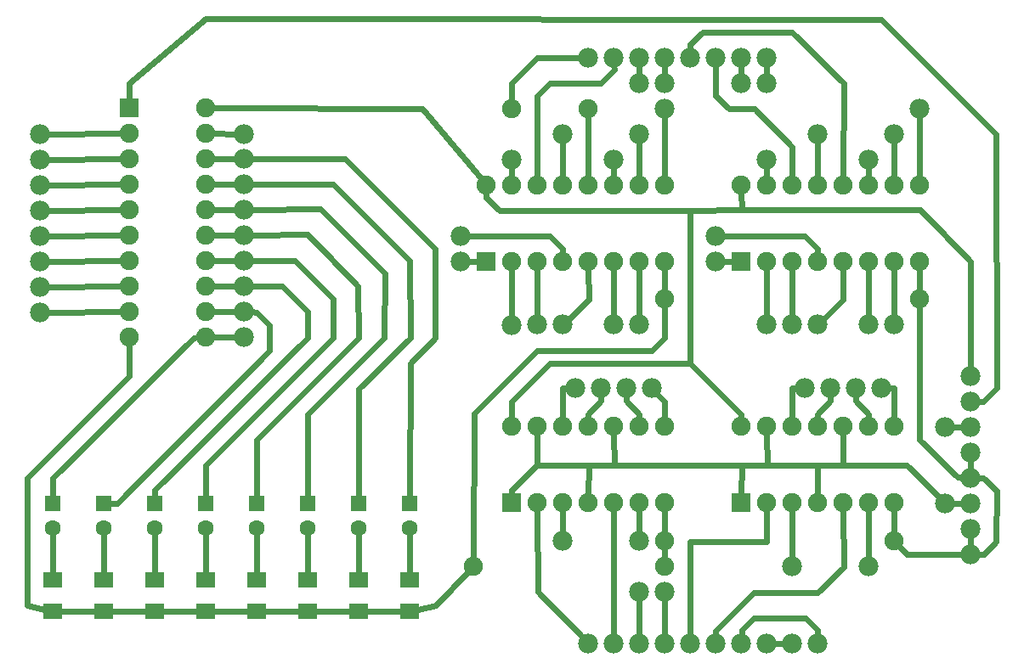
<source format=gbl>
G04 MADE WITH FRITZING*
G04 WWW.FRITZING.ORG*
G04 SINGLE SIDED*
G04 HOLES NOT PLATED*
G04 CONTOUR ON CENTER OF CONTOUR VECTOR*
%ASAXBY*%
%FSLAX23Y23*%
%MOIN*%
%OFA0B0*%
%SFA1.0B1.0*%
%ADD10C,0.075000*%
%ADD11C,0.078000*%
%ADD12C,0.062992*%
%ADD13R,0.075000X0.075000*%
%ADD14R,0.074803X0.062992*%
%ADD15R,0.062992X0.062992*%
%ADD16C,0.024000*%
%LNCOPPER0*%
G90*
G70*
G54D10*
X1929Y1744D03*
X1929Y2044D03*
X2029Y1744D03*
X2029Y2044D03*
X2129Y1744D03*
X2129Y2044D03*
X2229Y1744D03*
X2229Y2044D03*
X2329Y1744D03*
X2329Y2044D03*
X2429Y1744D03*
X2429Y2044D03*
X2529Y1744D03*
X2529Y2044D03*
X2629Y1744D03*
X2629Y2044D03*
X2929Y1744D03*
X2929Y2044D03*
X3029Y1744D03*
X3029Y2044D03*
X3129Y1744D03*
X3129Y2044D03*
X3229Y1744D03*
X3229Y2044D03*
X3329Y1744D03*
X3329Y2044D03*
X3429Y1744D03*
X3429Y2044D03*
X3529Y1744D03*
X3529Y2044D03*
X3629Y1744D03*
X3629Y2044D03*
X528Y2346D03*
X828Y2346D03*
X528Y2246D03*
X828Y2246D03*
X528Y2146D03*
X828Y2146D03*
X528Y2046D03*
X828Y2046D03*
X528Y1946D03*
X828Y1946D03*
X528Y1846D03*
X828Y1846D03*
X528Y1746D03*
X828Y1746D03*
X528Y1646D03*
X828Y1646D03*
X528Y1546D03*
X828Y1546D03*
X528Y1446D03*
X828Y1446D03*
X2928Y796D03*
X2928Y1096D03*
X3028Y796D03*
X3028Y1096D03*
X3128Y796D03*
X3128Y1096D03*
X3228Y796D03*
X3228Y1096D03*
X3328Y796D03*
X3328Y1096D03*
X3428Y796D03*
X3428Y1096D03*
X3528Y796D03*
X3528Y1096D03*
X2028Y796D03*
X2028Y1096D03*
X2128Y796D03*
X2128Y1096D03*
X2228Y796D03*
X2228Y1096D03*
X2328Y796D03*
X2328Y1096D03*
X2428Y796D03*
X2428Y1096D03*
X2528Y796D03*
X2528Y1096D03*
X2628Y796D03*
X2628Y1096D03*
X2029Y2344D03*
X2329Y2344D03*
G54D11*
X3229Y244D03*
X3129Y244D03*
X2528Y446D03*
X2628Y446D03*
X3629Y2344D03*
X3529Y2244D03*
X3229Y2244D03*
X3429Y2144D03*
X3029Y2144D03*
X2629Y2344D03*
X2529Y2244D03*
X2429Y2144D03*
X2229Y2244D03*
X2029Y2144D03*
X2829Y1744D03*
X2829Y1844D03*
X2929Y2444D03*
X3029Y2444D03*
X3128Y1496D03*
X3228Y1496D03*
X1829Y1744D03*
X1829Y1844D03*
X2128Y1496D03*
X2228Y1496D03*
X2529Y2444D03*
X2629Y2444D03*
X3528Y1496D03*
X2528Y1496D03*
X3178Y1246D03*
X3278Y1246D03*
X3378Y1246D03*
X3478Y1246D03*
X2278Y1246D03*
X2378Y1246D03*
X2478Y1246D03*
X2578Y1246D03*
G54D10*
X2628Y1596D03*
X3628Y1596D03*
X2628Y646D03*
X3528Y646D03*
X1877Y546D03*
X2628Y546D03*
G54D11*
X3428Y1496D03*
X3028Y1496D03*
X2428Y1496D03*
X2029Y1494D03*
X3428Y546D03*
X3128Y546D03*
X2528Y646D03*
X2228Y646D03*
X978Y2146D03*
X978Y2046D03*
X978Y1946D03*
X978Y1846D03*
X978Y1746D03*
X978Y1646D03*
X978Y1546D03*
X978Y1446D03*
X979Y2244D03*
X3729Y794D03*
X3729Y1094D03*
X2329Y244D03*
X2429Y244D03*
X2529Y244D03*
X2629Y244D03*
X2729Y244D03*
X2829Y244D03*
X2929Y244D03*
X3029Y244D03*
X2329Y2544D03*
X2429Y2544D03*
X2529Y2544D03*
X2629Y2544D03*
X2729Y2544D03*
X2829Y2544D03*
X2929Y2544D03*
X3029Y2544D03*
X179Y2244D03*
X179Y2144D03*
X179Y2044D03*
X179Y1944D03*
X179Y1844D03*
X179Y1744D03*
X179Y1644D03*
X179Y1544D03*
X3829Y1294D03*
X3829Y1194D03*
X3829Y1094D03*
X3829Y994D03*
X3829Y894D03*
X3829Y794D03*
X3829Y694D03*
X3829Y594D03*
G54D12*
X1028Y794D03*
X1028Y696D03*
X1228Y794D03*
X1228Y696D03*
X1628Y794D03*
X1628Y696D03*
X228Y794D03*
X228Y696D03*
X428Y794D03*
X428Y696D03*
X628Y794D03*
X628Y696D03*
X828Y794D03*
X828Y696D03*
X1428Y794D03*
X1428Y696D03*
G54D13*
X1929Y1744D03*
X2929Y1744D03*
X528Y2346D03*
X2928Y796D03*
X2028Y796D03*
G54D14*
X1628Y491D03*
X1628Y369D03*
X1428Y491D03*
X1428Y369D03*
X828Y491D03*
X828Y369D03*
X1028Y491D03*
X1028Y369D03*
X1228Y491D03*
X1228Y369D03*
X428Y491D03*
X428Y369D03*
X628Y491D03*
X628Y369D03*
X228Y491D03*
X228Y369D03*
G54D15*
X1028Y794D03*
X1228Y794D03*
X1628Y794D03*
X228Y794D03*
X428Y794D03*
X628Y794D03*
X828Y794D03*
X1428Y794D03*
G54D16*
X3829Y624D02*
X3829Y664D01*
D02*
X3799Y794D02*
X3759Y794D01*
D02*
X3829Y924D02*
X3829Y964D01*
D02*
X3578Y943D02*
X3708Y815D01*
D02*
X3328Y943D02*
X3578Y943D01*
D02*
X209Y2244D02*
X499Y2246D01*
D02*
X209Y2144D02*
X499Y2146D01*
D02*
X209Y2044D02*
X499Y2046D01*
D02*
X209Y1944D02*
X499Y1946D01*
D02*
X209Y1844D02*
X499Y1846D01*
D02*
X209Y1744D02*
X499Y1746D01*
D02*
X209Y1644D02*
X499Y1646D01*
D02*
X209Y1544D02*
X499Y1546D01*
D02*
X1929Y1994D02*
X1929Y2015D01*
D02*
X1679Y2342D02*
X1910Y2066D01*
D02*
X857Y2346D02*
X1679Y2342D01*
D02*
X2928Y1144D02*
X2928Y1124D01*
D02*
X2728Y1944D02*
X2728Y1343D01*
D02*
X2728Y1343D02*
X2928Y1144D01*
D02*
X2929Y2015D02*
X2930Y1945D01*
D02*
X2179Y1344D02*
X2728Y1343D01*
D02*
X2028Y1193D02*
X2179Y1344D01*
D02*
X2028Y1124D02*
X2028Y1193D01*
D02*
X3579Y593D02*
X3548Y625D01*
D02*
X3799Y594D02*
X3579Y593D01*
D02*
X3630Y1945D02*
X2930Y1945D01*
D02*
X3829Y1742D02*
X3630Y1945D01*
D02*
X3829Y1324D02*
X3829Y1742D01*
D02*
X2728Y1944D02*
X2930Y1945D01*
D02*
X1980Y1943D02*
X2728Y1944D01*
D02*
X1929Y1994D02*
X1980Y1943D01*
D02*
X2179Y2444D02*
X2128Y2393D01*
D02*
X2379Y2444D02*
X2179Y2444D01*
D02*
X2128Y2393D02*
X2129Y2072D01*
D02*
X2430Y2495D02*
X2379Y2444D01*
D02*
X2429Y2514D02*
X2430Y2495D01*
D02*
X2028Y2444D02*
X2029Y2372D01*
D02*
X2128Y2544D02*
X2028Y2444D01*
D02*
X2299Y2544D02*
X2128Y2544D01*
D02*
X2529Y2474D02*
X2529Y2514D01*
D02*
X2629Y2474D02*
X2629Y2514D01*
D02*
X2128Y1527D02*
X2129Y1715D01*
D02*
X2330Y1593D02*
X2329Y1715D01*
D02*
X2250Y1517D02*
X2330Y1593D01*
D02*
X1859Y1744D02*
X1900Y1744D01*
D02*
X2228Y1794D02*
X2228Y1772D01*
D02*
X2179Y1843D02*
X2228Y1794D01*
D02*
X1859Y1844D02*
X2179Y1843D01*
D02*
X2529Y1715D02*
X2528Y1527D01*
D02*
X3528Y1527D02*
X3529Y1715D01*
D02*
X3129Y1715D02*
X3128Y1527D01*
D02*
X3328Y1593D02*
X3250Y1517D01*
D02*
X3329Y1715D02*
X3328Y1593D01*
D02*
X3128Y2193D02*
X3129Y2072D01*
D02*
X2980Y2344D02*
X3128Y2193D01*
D02*
X2880Y2344D02*
X2980Y2344D01*
D02*
X2829Y2393D02*
X2880Y2344D01*
D02*
X2829Y2514D02*
X2829Y2393D01*
D02*
X3331Y2444D02*
X3329Y2072D01*
D02*
X3127Y2643D02*
X3331Y2444D01*
D02*
X2778Y2643D02*
X3127Y2643D01*
D02*
X2729Y2595D02*
X2778Y2643D01*
D02*
X2729Y2574D02*
X2729Y2595D01*
D02*
X3029Y2474D02*
X3029Y2514D01*
D02*
X2929Y2474D02*
X2929Y2514D01*
D02*
X2130Y445D02*
X2308Y265D01*
D02*
X2128Y767D02*
X2130Y445D01*
D02*
X2429Y274D02*
X2428Y767D01*
D02*
X2727Y643D02*
X3027Y644D01*
D02*
X3027Y644D02*
X3028Y767D01*
D02*
X2729Y274D02*
X2727Y643D01*
D02*
X3330Y544D02*
X3328Y767D01*
D02*
X3228Y444D02*
X3330Y544D01*
D02*
X2979Y443D02*
X3228Y444D01*
D02*
X2828Y294D02*
X2979Y443D01*
D02*
X2828Y274D02*
X2828Y294D01*
D02*
X2328Y824D02*
X2330Y943D01*
D02*
X2127Y943D02*
X2029Y845D01*
D02*
X2029Y845D02*
X2029Y824D01*
D02*
X2430Y943D02*
X2330Y943D01*
D02*
X2330Y943D02*
X2127Y943D01*
D02*
X2127Y943D02*
X2128Y1067D01*
D02*
X3228Y943D02*
X3030Y943D01*
D02*
X3228Y824D02*
X3228Y943D01*
D02*
X3030Y943D02*
X3028Y1067D01*
D02*
X2931Y943D02*
X2928Y824D01*
D02*
X2931Y943D02*
X2430Y943D01*
D02*
X3030Y943D02*
X2931Y943D01*
D02*
X2430Y943D02*
X2428Y1067D01*
D02*
X2628Y1194D02*
X2599Y1224D01*
D02*
X2628Y1124D02*
X2628Y1194D01*
D02*
X2529Y1144D02*
X2529Y1124D01*
D02*
X2477Y1196D02*
X2529Y1144D01*
D02*
X2478Y1215D02*
X2477Y1196D01*
D02*
X2378Y1196D02*
X2378Y1215D01*
D02*
X2329Y1144D02*
X2378Y1196D01*
D02*
X2329Y1124D02*
X2329Y1144D01*
D02*
X2227Y1247D02*
X2248Y1246D01*
D02*
X2228Y1124D02*
X2227Y1247D01*
D02*
X3128Y1247D02*
X3148Y1246D01*
D02*
X3128Y1124D02*
X3128Y1247D01*
D02*
X3278Y1196D02*
X3278Y1215D01*
D02*
X3229Y1143D02*
X3278Y1196D01*
D02*
X3228Y1124D02*
X3229Y1143D01*
D02*
X3377Y1196D02*
X3378Y1215D01*
D02*
X3428Y1143D02*
X3377Y1196D01*
D02*
X3428Y1124D02*
X3428Y1143D01*
D02*
X3528Y1247D02*
X3508Y1246D01*
D02*
X3528Y1124D02*
X3528Y1247D01*
D02*
X3528Y767D02*
X3528Y674D01*
D02*
X2628Y674D02*
X2628Y767D01*
D02*
X3629Y1715D02*
X3628Y1625D01*
D02*
X2628Y1625D02*
X2629Y1715D01*
D02*
X2628Y617D02*
X2628Y574D01*
D02*
X1880Y1145D02*
X1877Y574D01*
D02*
X528Y1293D02*
X129Y894D01*
D02*
X528Y1418D02*
X528Y1293D01*
D02*
X2128Y1394D02*
X1880Y1145D01*
D02*
X2578Y1393D02*
X2128Y1394D01*
D02*
X2629Y1444D02*
X2578Y1393D01*
D02*
X2628Y1568D02*
X2629Y1444D01*
D02*
X2228Y676D02*
X2228Y767D01*
D02*
X2528Y676D02*
X2528Y767D01*
D02*
X3128Y767D02*
X3128Y576D01*
D02*
X3428Y576D02*
X3428Y767D01*
D02*
X2029Y1524D02*
X2029Y1715D01*
D02*
X2428Y1527D02*
X2429Y1715D01*
D02*
X3028Y1527D02*
X3029Y1715D01*
D02*
X3428Y1527D02*
X3429Y1715D01*
D02*
X2900Y1744D02*
X2859Y1744D01*
D02*
X3179Y1843D02*
X2859Y1844D01*
D02*
X3228Y1794D02*
X3179Y1843D01*
D02*
X3228Y1772D02*
X3228Y1794D01*
D02*
X2329Y2315D02*
X2329Y2072D01*
D02*
X2029Y2072D02*
X2029Y2114D01*
D02*
X2429Y2114D02*
X2429Y2072D01*
D02*
X2529Y2072D02*
X2529Y2214D01*
D02*
X2229Y2072D02*
X2229Y2214D01*
D02*
X2629Y2072D02*
X2629Y2314D01*
D02*
X2529Y274D02*
X2528Y415D01*
D02*
X3429Y2072D02*
X3429Y2114D01*
D02*
X3029Y2072D02*
X3029Y2114D01*
D02*
X3229Y2072D02*
X3229Y2214D01*
D02*
X3529Y2072D02*
X3529Y2214D01*
D02*
X3629Y2072D02*
X3629Y2314D01*
D02*
X3328Y943D02*
X3328Y1067D01*
D02*
X3228Y943D02*
X3328Y943D01*
D02*
X2629Y274D02*
X2628Y415D01*
D02*
X2978Y343D02*
X2931Y296D01*
D02*
X3181Y343D02*
X2978Y343D01*
D02*
X2931Y296D02*
X2930Y274D01*
D02*
X3228Y296D02*
X3181Y343D01*
D02*
X3229Y274D02*
X3228Y296D01*
D02*
X3099Y244D02*
X3059Y244D01*
D02*
X3928Y2244D02*
X3479Y2694D01*
D02*
X528Y2442D02*
X528Y2375D01*
D02*
X829Y2695D02*
X528Y2442D01*
D02*
X3930Y1245D02*
X3928Y2244D01*
D02*
X3879Y1194D02*
X3930Y1245D01*
D02*
X3479Y2694D02*
X829Y2695D01*
D02*
X3859Y1194D02*
X3879Y1194D01*
D02*
X1731Y392D02*
X1858Y525D01*
D02*
X129Y392D02*
X196Y377D01*
D02*
X1660Y376D02*
X1731Y392D01*
D02*
X129Y894D02*
X129Y392D01*
D02*
X228Y669D02*
X228Y517D01*
D02*
X1628Y669D02*
X1628Y517D01*
D02*
X1428Y669D02*
X1428Y517D01*
D02*
X1228Y669D02*
X1228Y517D01*
D02*
X1028Y669D02*
X1028Y517D01*
D02*
X828Y669D02*
X828Y517D01*
D02*
X628Y669D02*
X628Y517D01*
D02*
X428Y669D02*
X428Y517D01*
D02*
X396Y369D02*
X260Y369D01*
D02*
X460Y369D02*
X596Y369D01*
D02*
X660Y369D02*
X796Y369D01*
D02*
X860Y369D02*
X996Y369D01*
D02*
X1060Y369D02*
X1196Y369D01*
D02*
X1260Y369D02*
X1396Y369D01*
D02*
X1460Y369D02*
X1596Y369D01*
D02*
X948Y2146D02*
X857Y2146D01*
D02*
X948Y2046D02*
X857Y2046D01*
D02*
X948Y1946D02*
X857Y1946D01*
D02*
X948Y1846D02*
X857Y1846D01*
D02*
X948Y1746D02*
X857Y1746D01*
D02*
X948Y1646D02*
X857Y1646D01*
D02*
X948Y1546D02*
X857Y1546D01*
D02*
X948Y1446D02*
X857Y1446D01*
D02*
X228Y894D02*
X228Y821D01*
D02*
X780Y1444D02*
X228Y894D01*
D02*
X799Y1445D02*
X780Y1444D01*
D02*
X480Y794D02*
X455Y794D01*
D02*
X1078Y1394D02*
X480Y794D01*
D02*
X1078Y1494D02*
X1078Y1394D01*
D02*
X1029Y1544D02*
X1078Y1494D01*
D02*
X1008Y1545D02*
X1029Y1544D01*
D02*
X1228Y1547D02*
X1229Y1444D01*
D02*
X1129Y1646D02*
X1228Y1547D01*
D02*
X628Y845D02*
X628Y821D01*
D02*
X1229Y1444D02*
X628Y845D01*
D02*
X1008Y1646D02*
X1129Y1646D01*
D02*
X1327Y1597D02*
X1329Y1444D01*
D02*
X1179Y1745D02*
X1327Y1597D01*
D02*
X1329Y1444D02*
X828Y944D01*
D02*
X828Y944D02*
X828Y821D01*
D02*
X1008Y1746D02*
X1179Y1745D01*
D02*
X1425Y1646D02*
X1228Y1850D01*
D02*
X1428Y1444D02*
X1425Y1646D01*
D02*
X1228Y1850D02*
X1008Y1847D01*
D02*
X1029Y1043D02*
X1428Y1444D01*
D02*
X1028Y821D02*
X1029Y1043D01*
D02*
X1530Y1695D02*
X1277Y1948D01*
D02*
X1277Y1948D02*
X1008Y1947D01*
D02*
X1529Y1444D02*
X1530Y1695D01*
D02*
X1229Y1144D02*
X1529Y1444D01*
D02*
X1228Y821D02*
X1229Y1144D01*
D02*
X1428Y1244D02*
X1428Y821D01*
D02*
X1327Y2047D02*
X1629Y1745D01*
D02*
X1630Y1444D02*
X1428Y1244D01*
D02*
X1629Y1745D02*
X1630Y1444D01*
D02*
X1008Y2046D02*
X1327Y2047D01*
D02*
X1727Y1794D02*
X1728Y1444D01*
D02*
X1728Y1444D02*
X1630Y1343D01*
D02*
X1630Y1343D02*
X1628Y821D01*
D02*
X1376Y2145D02*
X1727Y1794D01*
D02*
X1008Y2146D02*
X1376Y2145D01*
D02*
X3879Y893D02*
X3859Y894D01*
D02*
X3928Y643D02*
X3930Y843D01*
D02*
X3930Y843D02*
X3879Y893D01*
D02*
X3882Y593D02*
X3928Y643D01*
D02*
X3859Y593D02*
X3882Y593D01*
D02*
X3778Y895D02*
X3799Y894D01*
D02*
X3629Y1042D02*
X3778Y895D01*
D02*
X3628Y1568D02*
X3629Y1042D01*
D02*
X3778Y1093D02*
X3759Y1093D01*
D02*
X3799Y1093D02*
X3778Y1093D01*
D02*
X857Y2246D02*
X949Y2244D01*
G04 End of Copper0*
M02*
</source>
